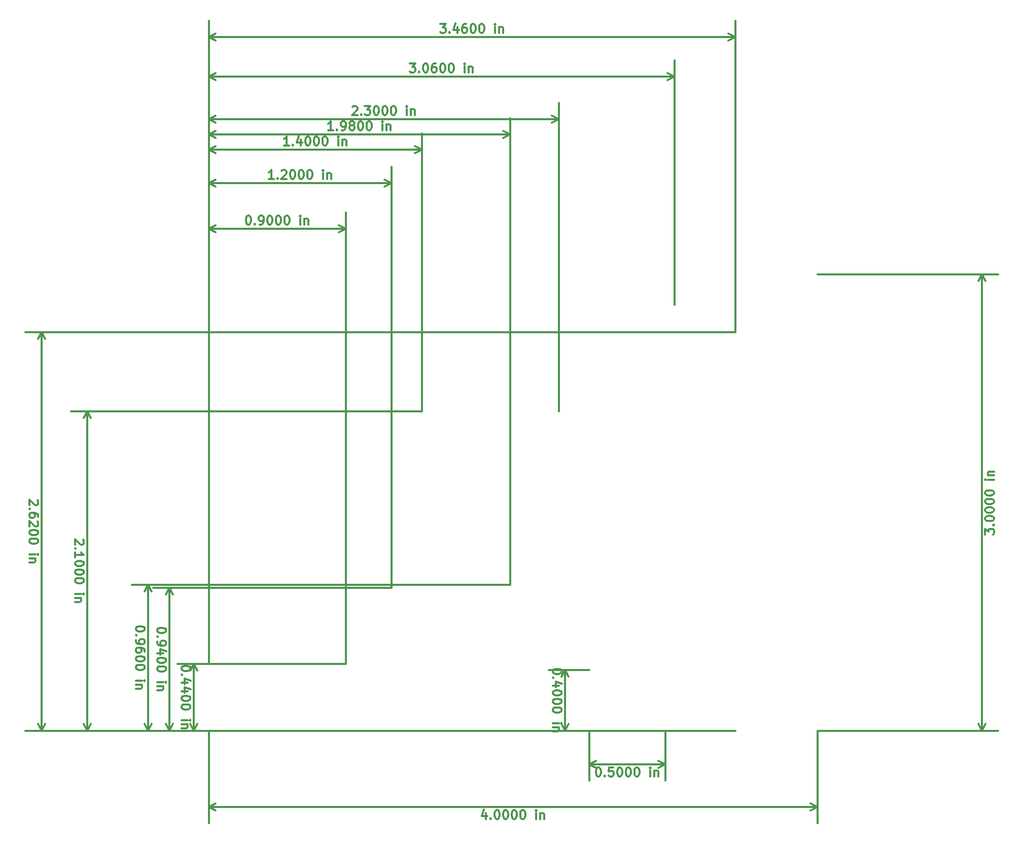
<source format=gbr>
G04 #@! TF.FileFunction,Other,ECO1*
%FSLAX46Y46*%
G04 Gerber Fmt 4.6, Leading zero omitted, Abs format (unit mm)*
G04 Created by KiCad (PCBNEW 4.0.5) date Sunday, March 26, 2017 'PMt' 05:08:58 PM*
%MOMM*%
%LPD*%
G01*
G04 APERTURE LIST*
%ADD10C,0.100000*%
%ADD11C,0.300000*%
G04 APERTURE END LIST*
D10*
D11*
X124947430Y-152587144D02*
X124947430Y-152730001D01*
X124876001Y-152872858D01*
X124804572Y-152944287D01*
X124661715Y-153015716D01*
X124376001Y-153087144D01*
X124018858Y-153087144D01*
X123733144Y-153015716D01*
X123590287Y-152944287D01*
X123518858Y-152872858D01*
X123447430Y-152730001D01*
X123447430Y-152587144D01*
X123518858Y-152444287D01*
X123590287Y-152372858D01*
X123733144Y-152301430D01*
X124018858Y-152230001D01*
X124376001Y-152230001D01*
X124661715Y-152301430D01*
X124804572Y-152372858D01*
X124876001Y-152444287D01*
X124947430Y-152587144D01*
X123590287Y-153730001D02*
X123518858Y-153801429D01*
X123447430Y-153730001D01*
X123518858Y-153658572D01*
X123590287Y-153730001D01*
X123447430Y-153730001D01*
X124447430Y-155087144D02*
X123447430Y-155087144D01*
X125018858Y-154730001D02*
X123947430Y-154372858D01*
X123947430Y-155301430D01*
X124947430Y-156158572D02*
X124947430Y-156301429D01*
X124876001Y-156444286D01*
X124804572Y-156515715D01*
X124661715Y-156587144D01*
X124376001Y-156658572D01*
X124018858Y-156658572D01*
X123733144Y-156587144D01*
X123590287Y-156515715D01*
X123518858Y-156444286D01*
X123447430Y-156301429D01*
X123447430Y-156158572D01*
X123518858Y-156015715D01*
X123590287Y-155944286D01*
X123733144Y-155872858D01*
X124018858Y-155801429D01*
X124376001Y-155801429D01*
X124661715Y-155872858D01*
X124804572Y-155944286D01*
X124876001Y-156015715D01*
X124947430Y-156158572D01*
X124947430Y-157587143D02*
X124947430Y-157730000D01*
X124876001Y-157872857D01*
X124804572Y-157944286D01*
X124661715Y-158015715D01*
X124376001Y-158087143D01*
X124018858Y-158087143D01*
X123733144Y-158015715D01*
X123590287Y-157944286D01*
X123518858Y-157872857D01*
X123447430Y-157730000D01*
X123447430Y-157587143D01*
X123518858Y-157444286D01*
X123590287Y-157372857D01*
X123733144Y-157301429D01*
X124018858Y-157230000D01*
X124376001Y-157230000D01*
X124661715Y-157301429D01*
X124804572Y-157372857D01*
X124876001Y-157444286D01*
X124947430Y-157587143D01*
X124947430Y-159015714D02*
X124947430Y-159158571D01*
X124876001Y-159301428D01*
X124804572Y-159372857D01*
X124661715Y-159444286D01*
X124376001Y-159515714D01*
X124018858Y-159515714D01*
X123733144Y-159444286D01*
X123590287Y-159372857D01*
X123518858Y-159301428D01*
X123447430Y-159158571D01*
X123447430Y-159015714D01*
X123518858Y-158872857D01*
X123590287Y-158801428D01*
X123733144Y-158730000D01*
X124018858Y-158658571D01*
X124376001Y-158658571D01*
X124661715Y-158730000D01*
X124804572Y-158801428D01*
X124876001Y-158872857D01*
X124947430Y-159015714D01*
X123447430Y-161301428D02*
X124447430Y-161301428D01*
X124947430Y-161301428D02*
X124876001Y-161229999D01*
X124804572Y-161301428D01*
X124876001Y-161372856D01*
X124947430Y-161301428D01*
X124804572Y-161301428D01*
X124447430Y-162015714D02*
X123447430Y-162015714D01*
X124304572Y-162015714D02*
X124376001Y-162087142D01*
X124447430Y-162230000D01*
X124447430Y-162444285D01*
X124376001Y-162587142D01*
X124233144Y-162658571D01*
X123447430Y-162658571D01*
X125476001Y-152400000D02*
X125476001Y-162560000D01*
X129540000Y-152400000D02*
X122776001Y-152400000D01*
X129540000Y-162560000D02*
X122776001Y-162560000D01*
X125476001Y-162560000D02*
X124889580Y-161433496D01*
X125476001Y-162560000D02*
X126062422Y-161433496D01*
X125476001Y-152400000D02*
X124889580Y-153526504D01*
X125476001Y-152400000D02*
X126062422Y-153526504D01*
X130997144Y-168676571D02*
X131140001Y-168676571D01*
X131282858Y-168748000D01*
X131354287Y-168819429D01*
X131425716Y-168962286D01*
X131497144Y-169248000D01*
X131497144Y-169605143D01*
X131425716Y-169890857D01*
X131354287Y-170033714D01*
X131282858Y-170105143D01*
X131140001Y-170176571D01*
X130997144Y-170176571D01*
X130854287Y-170105143D01*
X130782858Y-170033714D01*
X130711430Y-169890857D01*
X130640001Y-169605143D01*
X130640001Y-169248000D01*
X130711430Y-168962286D01*
X130782858Y-168819429D01*
X130854287Y-168748000D01*
X130997144Y-168676571D01*
X132140001Y-170033714D02*
X132211429Y-170105143D01*
X132140001Y-170176571D01*
X132068572Y-170105143D01*
X132140001Y-170033714D01*
X132140001Y-170176571D01*
X133568573Y-168676571D02*
X132854287Y-168676571D01*
X132782858Y-169390857D01*
X132854287Y-169319429D01*
X132997144Y-169248000D01*
X133354287Y-169248000D01*
X133497144Y-169319429D01*
X133568573Y-169390857D01*
X133640001Y-169533714D01*
X133640001Y-169890857D01*
X133568573Y-170033714D01*
X133497144Y-170105143D01*
X133354287Y-170176571D01*
X132997144Y-170176571D01*
X132854287Y-170105143D01*
X132782858Y-170033714D01*
X134568572Y-168676571D02*
X134711429Y-168676571D01*
X134854286Y-168748000D01*
X134925715Y-168819429D01*
X134997144Y-168962286D01*
X135068572Y-169248000D01*
X135068572Y-169605143D01*
X134997144Y-169890857D01*
X134925715Y-170033714D01*
X134854286Y-170105143D01*
X134711429Y-170176571D01*
X134568572Y-170176571D01*
X134425715Y-170105143D01*
X134354286Y-170033714D01*
X134282858Y-169890857D01*
X134211429Y-169605143D01*
X134211429Y-169248000D01*
X134282858Y-168962286D01*
X134354286Y-168819429D01*
X134425715Y-168748000D01*
X134568572Y-168676571D01*
X135997143Y-168676571D02*
X136140000Y-168676571D01*
X136282857Y-168748000D01*
X136354286Y-168819429D01*
X136425715Y-168962286D01*
X136497143Y-169248000D01*
X136497143Y-169605143D01*
X136425715Y-169890857D01*
X136354286Y-170033714D01*
X136282857Y-170105143D01*
X136140000Y-170176571D01*
X135997143Y-170176571D01*
X135854286Y-170105143D01*
X135782857Y-170033714D01*
X135711429Y-169890857D01*
X135640000Y-169605143D01*
X135640000Y-169248000D01*
X135711429Y-168962286D01*
X135782857Y-168819429D01*
X135854286Y-168748000D01*
X135997143Y-168676571D01*
X137425714Y-168676571D02*
X137568571Y-168676571D01*
X137711428Y-168748000D01*
X137782857Y-168819429D01*
X137854286Y-168962286D01*
X137925714Y-169248000D01*
X137925714Y-169605143D01*
X137854286Y-169890857D01*
X137782857Y-170033714D01*
X137711428Y-170105143D01*
X137568571Y-170176571D01*
X137425714Y-170176571D01*
X137282857Y-170105143D01*
X137211428Y-170033714D01*
X137140000Y-169890857D01*
X137068571Y-169605143D01*
X137068571Y-169248000D01*
X137140000Y-168962286D01*
X137211428Y-168819429D01*
X137282857Y-168748000D01*
X137425714Y-168676571D01*
X139711428Y-170176571D02*
X139711428Y-169176571D01*
X139711428Y-168676571D02*
X139639999Y-168748000D01*
X139711428Y-168819429D01*
X139782856Y-168748000D01*
X139711428Y-168676571D01*
X139711428Y-168819429D01*
X140425714Y-169176571D02*
X140425714Y-170176571D01*
X140425714Y-169319429D02*
X140497142Y-169248000D01*
X140640000Y-169176571D01*
X140854285Y-169176571D01*
X140997142Y-169248000D01*
X141068571Y-169390857D01*
X141068571Y-170176571D01*
X129540000Y-168148000D02*
X142240000Y-168148000D01*
X129540000Y-162560000D02*
X129540000Y-170848000D01*
X142240000Y-162560000D02*
X142240000Y-170848000D01*
X142240000Y-168148000D02*
X141113496Y-168734421D01*
X142240000Y-168148000D02*
X141113496Y-167561579D01*
X129540000Y-168148000D02*
X130666504Y-168734421D01*
X129540000Y-168148000D02*
X130666504Y-167561579D01*
X37428571Y-124036001D02*
X37500000Y-124107430D01*
X37571429Y-124250287D01*
X37571429Y-124607430D01*
X37500000Y-124750287D01*
X37428571Y-124821716D01*
X37285714Y-124893144D01*
X37142857Y-124893144D01*
X36928571Y-124821716D01*
X36071429Y-123964573D01*
X36071429Y-124893144D01*
X36214286Y-125536001D02*
X36142857Y-125607429D01*
X36071429Y-125536001D01*
X36142857Y-125464572D01*
X36214286Y-125536001D01*
X36071429Y-125536001D01*
X37571429Y-126893144D02*
X37571429Y-126607430D01*
X37500000Y-126464573D01*
X37428571Y-126393144D01*
X37214286Y-126250287D01*
X36928571Y-126178858D01*
X36357143Y-126178858D01*
X36214286Y-126250287D01*
X36142857Y-126321715D01*
X36071429Y-126464573D01*
X36071429Y-126750287D01*
X36142857Y-126893144D01*
X36214286Y-126964573D01*
X36357143Y-127036001D01*
X36714286Y-127036001D01*
X36857143Y-126964573D01*
X36928571Y-126893144D01*
X37000000Y-126750287D01*
X37000000Y-126464573D01*
X36928571Y-126321715D01*
X36857143Y-126250287D01*
X36714286Y-126178858D01*
X37428571Y-127607429D02*
X37500000Y-127678858D01*
X37571429Y-127821715D01*
X37571429Y-128178858D01*
X37500000Y-128321715D01*
X37428571Y-128393144D01*
X37285714Y-128464572D01*
X37142857Y-128464572D01*
X36928571Y-128393144D01*
X36071429Y-127536001D01*
X36071429Y-128464572D01*
X37571429Y-129393143D02*
X37571429Y-129536000D01*
X37500000Y-129678857D01*
X37428571Y-129750286D01*
X37285714Y-129821715D01*
X37000000Y-129893143D01*
X36642857Y-129893143D01*
X36357143Y-129821715D01*
X36214286Y-129750286D01*
X36142857Y-129678857D01*
X36071429Y-129536000D01*
X36071429Y-129393143D01*
X36142857Y-129250286D01*
X36214286Y-129178857D01*
X36357143Y-129107429D01*
X36642857Y-129036000D01*
X37000000Y-129036000D01*
X37285714Y-129107429D01*
X37428571Y-129178857D01*
X37500000Y-129250286D01*
X37571429Y-129393143D01*
X37571429Y-130821714D02*
X37571429Y-130964571D01*
X37500000Y-131107428D01*
X37428571Y-131178857D01*
X37285714Y-131250286D01*
X37000000Y-131321714D01*
X36642857Y-131321714D01*
X36357143Y-131250286D01*
X36214286Y-131178857D01*
X36142857Y-131107428D01*
X36071429Y-130964571D01*
X36071429Y-130821714D01*
X36142857Y-130678857D01*
X36214286Y-130607428D01*
X36357143Y-130536000D01*
X36642857Y-130464571D01*
X37000000Y-130464571D01*
X37285714Y-130536000D01*
X37428571Y-130607428D01*
X37500000Y-130678857D01*
X37571429Y-130821714D01*
X36071429Y-133107428D02*
X37071429Y-133107428D01*
X37571429Y-133107428D02*
X37500000Y-133035999D01*
X37428571Y-133107428D01*
X37500000Y-133178856D01*
X37571429Y-133107428D01*
X37428571Y-133107428D01*
X37071429Y-133821714D02*
X36071429Y-133821714D01*
X36928571Y-133821714D02*
X37000000Y-133893142D01*
X37071429Y-134036000D01*
X37071429Y-134250285D01*
X37000000Y-134393142D01*
X36857143Y-134464571D01*
X36071429Y-134464571D01*
X38100000Y-96012000D02*
X38100000Y-162560000D01*
X153924000Y-96012000D02*
X35400000Y-96012000D01*
X153924000Y-162560000D02*
X35400000Y-162560000D01*
X38100000Y-162560000D02*
X37513579Y-161433496D01*
X38100000Y-162560000D02*
X38686421Y-161433496D01*
X38100000Y-96012000D02*
X37513579Y-97138504D01*
X38100000Y-96012000D02*
X38686421Y-97138504D01*
X195600571Y-129781427D02*
X195600571Y-128852856D01*
X196172000Y-129352856D01*
X196172000Y-129138570D01*
X196243429Y-128995713D01*
X196314857Y-128924284D01*
X196457714Y-128852856D01*
X196814857Y-128852856D01*
X196957714Y-128924284D01*
X197029143Y-128995713D01*
X197100571Y-129138570D01*
X197100571Y-129567142D01*
X197029143Y-129709999D01*
X196957714Y-129781427D01*
X196957714Y-128209999D02*
X197029143Y-128138571D01*
X197100571Y-128209999D01*
X197029143Y-128281428D01*
X196957714Y-128209999D01*
X197100571Y-128209999D01*
X195600571Y-127209999D02*
X195600571Y-127067142D01*
X195672000Y-126924285D01*
X195743429Y-126852856D01*
X195886286Y-126781427D01*
X196172000Y-126709999D01*
X196529143Y-126709999D01*
X196814857Y-126781427D01*
X196957714Y-126852856D01*
X197029143Y-126924285D01*
X197100571Y-127067142D01*
X197100571Y-127209999D01*
X197029143Y-127352856D01*
X196957714Y-127424285D01*
X196814857Y-127495713D01*
X196529143Y-127567142D01*
X196172000Y-127567142D01*
X195886286Y-127495713D01*
X195743429Y-127424285D01*
X195672000Y-127352856D01*
X195600571Y-127209999D01*
X195600571Y-125781428D02*
X195600571Y-125638571D01*
X195672000Y-125495714D01*
X195743429Y-125424285D01*
X195886286Y-125352856D01*
X196172000Y-125281428D01*
X196529143Y-125281428D01*
X196814857Y-125352856D01*
X196957714Y-125424285D01*
X197029143Y-125495714D01*
X197100571Y-125638571D01*
X197100571Y-125781428D01*
X197029143Y-125924285D01*
X196957714Y-125995714D01*
X196814857Y-126067142D01*
X196529143Y-126138571D01*
X196172000Y-126138571D01*
X195886286Y-126067142D01*
X195743429Y-125995714D01*
X195672000Y-125924285D01*
X195600571Y-125781428D01*
X195600571Y-124352857D02*
X195600571Y-124210000D01*
X195672000Y-124067143D01*
X195743429Y-123995714D01*
X195886286Y-123924285D01*
X196172000Y-123852857D01*
X196529143Y-123852857D01*
X196814857Y-123924285D01*
X196957714Y-123995714D01*
X197029143Y-124067143D01*
X197100571Y-124210000D01*
X197100571Y-124352857D01*
X197029143Y-124495714D01*
X196957714Y-124567143D01*
X196814857Y-124638571D01*
X196529143Y-124710000D01*
X196172000Y-124710000D01*
X195886286Y-124638571D01*
X195743429Y-124567143D01*
X195672000Y-124495714D01*
X195600571Y-124352857D01*
X195600571Y-122924286D02*
X195600571Y-122781429D01*
X195672000Y-122638572D01*
X195743429Y-122567143D01*
X195886286Y-122495714D01*
X196172000Y-122424286D01*
X196529143Y-122424286D01*
X196814857Y-122495714D01*
X196957714Y-122567143D01*
X197029143Y-122638572D01*
X197100571Y-122781429D01*
X197100571Y-122924286D01*
X197029143Y-123067143D01*
X196957714Y-123138572D01*
X196814857Y-123210000D01*
X196529143Y-123281429D01*
X196172000Y-123281429D01*
X195886286Y-123210000D01*
X195743429Y-123138572D01*
X195672000Y-123067143D01*
X195600571Y-122924286D01*
X197100571Y-120638572D02*
X196100571Y-120638572D01*
X195600571Y-120638572D02*
X195672000Y-120710001D01*
X195743429Y-120638572D01*
X195672000Y-120567144D01*
X195600571Y-120638572D01*
X195743429Y-120638572D01*
X196100571Y-119924286D02*
X197100571Y-119924286D01*
X196243429Y-119924286D02*
X196172000Y-119852858D01*
X196100571Y-119710000D01*
X196100571Y-119495715D01*
X196172000Y-119352858D01*
X196314857Y-119281429D01*
X197100571Y-119281429D01*
X195072000Y-162560000D02*
X195072000Y-86360000D01*
X167640000Y-162560000D02*
X197772000Y-162560000D01*
X167640000Y-86360000D02*
X197772000Y-86360000D01*
X195072000Y-86360000D02*
X195658421Y-87486504D01*
X195072000Y-86360000D02*
X194485579Y-87486504D01*
X195072000Y-162560000D02*
X195658421Y-161433496D01*
X195072000Y-162560000D02*
X194485579Y-161433496D01*
X45048571Y-130640001D02*
X45120000Y-130711430D01*
X45191429Y-130854287D01*
X45191429Y-131211430D01*
X45120000Y-131354287D01*
X45048571Y-131425716D01*
X44905714Y-131497144D01*
X44762857Y-131497144D01*
X44548571Y-131425716D01*
X43691429Y-130568573D01*
X43691429Y-131497144D01*
X43834286Y-132140001D02*
X43762857Y-132211429D01*
X43691429Y-132140001D01*
X43762857Y-132068572D01*
X43834286Y-132140001D01*
X43691429Y-132140001D01*
X43691429Y-133640001D02*
X43691429Y-132782858D01*
X43691429Y-133211430D02*
X45191429Y-133211430D01*
X44977143Y-133068573D01*
X44834286Y-132925715D01*
X44762857Y-132782858D01*
X45191429Y-134568572D02*
X45191429Y-134711429D01*
X45120000Y-134854286D01*
X45048571Y-134925715D01*
X44905714Y-134997144D01*
X44620000Y-135068572D01*
X44262857Y-135068572D01*
X43977143Y-134997144D01*
X43834286Y-134925715D01*
X43762857Y-134854286D01*
X43691429Y-134711429D01*
X43691429Y-134568572D01*
X43762857Y-134425715D01*
X43834286Y-134354286D01*
X43977143Y-134282858D01*
X44262857Y-134211429D01*
X44620000Y-134211429D01*
X44905714Y-134282858D01*
X45048571Y-134354286D01*
X45120000Y-134425715D01*
X45191429Y-134568572D01*
X45191429Y-135997143D02*
X45191429Y-136140000D01*
X45120000Y-136282857D01*
X45048571Y-136354286D01*
X44905714Y-136425715D01*
X44620000Y-136497143D01*
X44262857Y-136497143D01*
X43977143Y-136425715D01*
X43834286Y-136354286D01*
X43762857Y-136282857D01*
X43691429Y-136140000D01*
X43691429Y-135997143D01*
X43762857Y-135854286D01*
X43834286Y-135782857D01*
X43977143Y-135711429D01*
X44262857Y-135640000D01*
X44620000Y-135640000D01*
X44905714Y-135711429D01*
X45048571Y-135782857D01*
X45120000Y-135854286D01*
X45191429Y-135997143D01*
X45191429Y-137425714D02*
X45191429Y-137568571D01*
X45120000Y-137711428D01*
X45048571Y-137782857D01*
X44905714Y-137854286D01*
X44620000Y-137925714D01*
X44262857Y-137925714D01*
X43977143Y-137854286D01*
X43834286Y-137782857D01*
X43762857Y-137711428D01*
X43691429Y-137568571D01*
X43691429Y-137425714D01*
X43762857Y-137282857D01*
X43834286Y-137211428D01*
X43977143Y-137140000D01*
X44262857Y-137068571D01*
X44620000Y-137068571D01*
X44905714Y-137140000D01*
X45048571Y-137211428D01*
X45120000Y-137282857D01*
X45191429Y-137425714D01*
X43691429Y-139711428D02*
X44691429Y-139711428D01*
X45191429Y-139711428D02*
X45120000Y-139639999D01*
X45048571Y-139711428D01*
X45120000Y-139782856D01*
X45191429Y-139711428D01*
X45048571Y-139711428D01*
X44691429Y-140425714D02*
X43691429Y-140425714D01*
X44548571Y-140425714D02*
X44620000Y-140497142D01*
X44691429Y-140640000D01*
X44691429Y-140854285D01*
X44620000Y-140997142D01*
X44477143Y-141068571D01*
X43691429Y-141068571D01*
X45720000Y-109220000D02*
X45720000Y-162560000D01*
X101600000Y-109220000D02*
X43020000Y-109220000D01*
X101600000Y-162560000D02*
X43020000Y-162560000D01*
X45720000Y-162560000D02*
X45133579Y-161433496D01*
X45720000Y-162560000D02*
X46306421Y-161433496D01*
X45720000Y-109220000D02*
X45133579Y-110346504D01*
X45720000Y-109220000D02*
X46306421Y-110346504D01*
X55351429Y-145475144D02*
X55351429Y-145618001D01*
X55280000Y-145760858D01*
X55208571Y-145832287D01*
X55065714Y-145903716D01*
X54780000Y-145975144D01*
X54422857Y-145975144D01*
X54137143Y-145903716D01*
X53994286Y-145832287D01*
X53922857Y-145760858D01*
X53851429Y-145618001D01*
X53851429Y-145475144D01*
X53922857Y-145332287D01*
X53994286Y-145260858D01*
X54137143Y-145189430D01*
X54422857Y-145118001D01*
X54780000Y-145118001D01*
X55065714Y-145189430D01*
X55208571Y-145260858D01*
X55280000Y-145332287D01*
X55351429Y-145475144D01*
X53994286Y-146618001D02*
X53922857Y-146689429D01*
X53851429Y-146618001D01*
X53922857Y-146546572D01*
X53994286Y-146618001D01*
X53851429Y-146618001D01*
X53851429Y-147403715D02*
X53851429Y-147689430D01*
X53922857Y-147832287D01*
X53994286Y-147903715D01*
X54208571Y-148046573D01*
X54494286Y-148118001D01*
X55065714Y-148118001D01*
X55208571Y-148046573D01*
X55280000Y-147975144D01*
X55351429Y-147832287D01*
X55351429Y-147546573D01*
X55280000Y-147403715D01*
X55208571Y-147332287D01*
X55065714Y-147260858D01*
X54708571Y-147260858D01*
X54565714Y-147332287D01*
X54494286Y-147403715D01*
X54422857Y-147546573D01*
X54422857Y-147832287D01*
X54494286Y-147975144D01*
X54565714Y-148046573D01*
X54708571Y-148118001D01*
X55351429Y-149403715D02*
X55351429Y-149118001D01*
X55280000Y-148975144D01*
X55208571Y-148903715D01*
X54994286Y-148760858D01*
X54708571Y-148689429D01*
X54137143Y-148689429D01*
X53994286Y-148760858D01*
X53922857Y-148832286D01*
X53851429Y-148975144D01*
X53851429Y-149260858D01*
X53922857Y-149403715D01*
X53994286Y-149475144D01*
X54137143Y-149546572D01*
X54494286Y-149546572D01*
X54637143Y-149475144D01*
X54708571Y-149403715D01*
X54780000Y-149260858D01*
X54780000Y-148975144D01*
X54708571Y-148832286D01*
X54637143Y-148760858D01*
X54494286Y-148689429D01*
X55351429Y-150475143D02*
X55351429Y-150618000D01*
X55280000Y-150760857D01*
X55208571Y-150832286D01*
X55065714Y-150903715D01*
X54780000Y-150975143D01*
X54422857Y-150975143D01*
X54137143Y-150903715D01*
X53994286Y-150832286D01*
X53922857Y-150760857D01*
X53851429Y-150618000D01*
X53851429Y-150475143D01*
X53922857Y-150332286D01*
X53994286Y-150260857D01*
X54137143Y-150189429D01*
X54422857Y-150118000D01*
X54780000Y-150118000D01*
X55065714Y-150189429D01*
X55208571Y-150260857D01*
X55280000Y-150332286D01*
X55351429Y-150475143D01*
X55351429Y-151903714D02*
X55351429Y-152046571D01*
X55280000Y-152189428D01*
X55208571Y-152260857D01*
X55065714Y-152332286D01*
X54780000Y-152403714D01*
X54422857Y-152403714D01*
X54137143Y-152332286D01*
X53994286Y-152260857D01*
X53922857Y-152189428D01*
X53851429Y-152046571D01*
X53851429Y-151903714D01*
X53922857Y-151760857D01*
X53994286Y-151689428D01*
X54137143Y-151618000D01*
X54422857Y-151546571D01*
X54780000Y-151546571D01*
X55065714Y-151618000D01*
X55208571Y-151689428D01*
X55280000Y-151760857D01*
X55351429Y-151903714D01*
X53851429Y-154189428D02*
X54851429Y-154189428D01*
X55351429Y-154189428D02*
X55280000Y-154117999D01*
X55208571Y-154189428D01*
X55280000Y-154260856D01*
X55351429Y-154189428D01*
X55208571Y-154189428D01*
X54851429Y-154903714D02*
X53851429Y-154903714D01*
X54708571Y-154903714D02*
X54780000Y-154975142D01*
X54851429Y-155118000D01*
X54851429Y-155332285D01*
X54780000Y-155475142D01*
X54637143Y-155546571D01*
X53851429Y-155546571D01*
X55880000Y-138176000D02*
X55880000Y-162560000D01*
X116332000Y-138176000D02*
X53180000Y-138176000D01*
X116332000Y-162560000D02*
X53180000Y-162560000D01*
X55880000Y-162560000D02*
X55293579Y-161433496D01*
X55880000Y-162560000D02*
X56466421Y-161433496D01*
X55880000Y-138176000D02*
X55293579Y-139302504D01*
X55880000Y-138176000D02*
X56466421Y-139302504D01*
X58907429Y-145729144D02*
X58907429Y-145872001D01*
X58836000Y-146014858D01*
X58764571Y-146086287D01*
X58621714Y-146157716D01*
X58336000Y-146229144D01*
X57978857Y-146229144D01*
X57693143Y-146157716D01*
X57550286Y-146086287D01*
X57478857Y-146014858D01*
X57407429Y-145872001D01*
X57407429Y-145729144D01*
X57478857Y-145586287D01*
X57550286Y-145514858D01*
X57693143Y-145443430D01*
X57978857Y-145372001D01*
X58336000Y-145372001D01*
X58621714Y-145443430D01*
X58764571Y-145514858D01*
X58836000Y-145586287D01*
X58907429Y-145729144D01*
X57550286Y-146872001D02*
X57478857Y-146943429D01*
X57407429Y-146872001D01*
X57478857Y-146800572D01*
X57550286Y-146872001D01*
X57407429Y-146872001D01*
X57407429Y-147657715D02*
X57407429Y-147943430D01*
X57478857Y-148086287D01*
X57550286Y-148157715D01*
X57764571Y-148300573D01*
X58050286Y-148372001D01*
X58621714Y-148372001D01*
X58764571Y-148300573D01*
X58836000Y-148229144D01*
X58907429Y-148086287D01*
X58907429Y-147800573D01*
X58836000Y-147657715D01*
X58764571Y-147586287D01*
X58621714Y-147514858D01*
X58264571Y-147514858D01*
X58121714Y-147586287D01*
X58050286Y-147657715D01*
X57978857Y-147800573D01*
X57978857Y-148086287D01*
X58050286Y-148229144D01*
X58121714Y-148300573D01*
X58264571Y-148372001D01*
X58407429Y-149657715D02*
X57407429Y-149657715D01*
X58978857Y-149300572D02*
X57907429Y-148943429D01*
X57907429Y-149872001D01*
X58907429Y-150729143D02*
X58907429Y-150872000D01*
X58836000Y-151014857D01*
X58764571Y-151086286D01*
X58621714Y-151157715D01*
X58336000Y-151229143D01*
X57978857Y-151229143D01*
X57693143Y-151157715D01*
X57550286Y-151086286D01*
X57478857Y-151014857D01*
X57407429Y-150872000D01*
X57407429Y-150729143D01*
X57478857Y-150586286D01*
X57550286Y-150514857D01*
X57693143Y-150443429D01*
X57978857Y-150372000D01*
X58336000Y-150372000D01*
X58621714Y-150443429D01*
X58764571Y-150514857D01*
X58836000Y-150586286D01*
X58907429Y-150729143D01*
X58907429Y-152157714D02*
X58907429Y-152300571D01*
X58836000Y-152443428D01*
X58764571Y-152514857D01*
X58621714Y-152586286D01*
X58336000Y-152657714D01*
X57978857Y-152657714D01*
X57693143Y-152586286D01*
X57550286Y-152514857D01*
X57478857Y-152443428D01*
X57407429Y-152300571D01*
X57407429Y-152157714D01*
X57478857Y-152014857D01*
X57550286Y-151943428D01*
X57693143Y-151872000D01*
X57978857Y-151800571D01*
X58336000Y-151800571D01*
X58621714Y-151872000D01*
X58764571Y-151943428D01*
X58836000Y-152014857D01*
X58907429Y-152157714D01*
X57407429Y-154443428D02*
X58407429Y-154443428D01*
X58907429Y-154443428D02*
X58836000Y-154371999D01*
X58764571Y-154443428D01*
X58836000Y-154514856D01*
X58907429Y-154443428D01*
X58764571Y-154443428D01*
X58407429Y-155157714D02*
X57407429Y-155157714D01*
X58264571Y-155157714D02*
X58336000Y-155229142D01*
X58407429Y-155372000D01*
X58407429Y-155586285D01*
X58336000Y-155729142D01*
X58193143Y-155800571D01*
X57407429Y-155800571D01*
X59436000Y-138684000D02*
X59436000Y-162560000D01*
X96520000Y-138684000D02*
X56736000Y-138684000D01*
X96520000Y-162560000D02*
X56736000Y-162560000D01*
X59436000Y-162560000D02*
X58849579Y-161433496D01*
X59436000Y-162560000D02*
X60022421Y-161433496D01*
X59436000Y-138684000D02*
X58849579Y-139810504D01*
X59436000Y-138684000D02*
X60022421Y-139810504D01*
X62971429Y-152079144D02*
X62971429Y-152222001D01*
X62900000Y-152364858D01*
X62828571Y-152436287D01*
X62685714Y-152507716D01*
X62400000Y-152579144D01*
X62042857Y-152579144D01*
X61757143Y-152507716D01*
X61614286Y-152436287D01*
X61542857Y-152364858D01*
X61471429Y-152222001D01*
X61471429Y-152079144D01*
X61542857Y-151936287D01*
X61614286Y-151864858D01*
X61757143Y-151793430D01*
X62042857Y-151722001D01*
X62400000Y-151722001D01*
X62685714Y-151793430D01*
X62828571Y-151864858D01*
X62900000Y-151936287D01*
X62971429Y-152079144D01*
X61614286Y-153222001D02*
X61542857Y-153293429D01*
X61471429Y-153222001D01*
X61542857Y-153150572D01*
X61614286Y-153222001D01*
X61471429Y-153222001D01*
X62471429Y-154579144D02*
X61471429Y-154579144D01*
X63042857Y-154222001D02*
X61971429Y-153864858D01*
X61971429Y-154793430D01*
X62471429Y-156007715D02*
X61471429Y-156007715D01*
X63042857Y-155650572D02*
X61971429Y-155293429D01*
X61971429Y-156222001D01*
X62971429Y-157079143D02*
X62971429Y-157222000D01*
X62900000Y-157364857D01*
X62828571Y-157436286D01*
X62685714Y-157507715D01*
X62400000Y-157579143D01*
X62042857Y-157579143D01*
X61757143Y-157507715D01*
X61614286Y-157436286D01*
X61542857Y-157364857D01*
X61471429Y-157222000D01*
X61471429Y-157079143D01*
X61542857Y-156936286D01*
X61614286Y-156864857D01*
X61757143Y-156793429D01*
X62042857Y-156722000D01*
X62400000Y-156722000D01*
X62685714Y-156793429D01*
X62828571Y-156864857D01*
X62900000Y-156936286D01*
X62971429Y-157079143D01*
X62971429Y-158507714D02*
X62971429Y-158650571D01*
X62900000Y-158793428D01*
X62828571Y-158864857D01*
X62685714Y-158936286D01*
X62400000Y-159007714D01*
X62042857Y-159007714D01*
X61757143Y-158936286D01*
X61614286Y-158864857D01*
X61542857Y-158793428D01*
X61471429Y-158650571D01*
X61471429Y-158507714D01*
X61542857Y-158364857D01*
X61614286Y-158293428D01*
X61757143Y-158222000D01*
X62042857Y-158150571D01*
X62400000Y-158150571D01*
X62685714Y-158222000D01*
X62828571Y-158293428D01*
X62900000Y-158364857D01*
X62971429Y-158507714D01*
X61471429Y-160793428D02*
X62471429Y-160793428D01*
X62971429Y-160793428D02*
X62900000Y-160721999D01*
X62828571Y-160793428D01*
X62900000Y-160864856D01*
X62971429Y-160793428D01*
X62828571Y-160793428D01*
X62471429Y-161507714D02*
X61471429Y-161507714D01*
X62328571Y-161507714D02*
X62400000Y-161579142D01*
X62471429Y-161722000D01*
X62471429Y-161936285D01*
X62400000Y-162079142D01*
X62257143Y-162150571D01*
X61471429Y-162150571D01*
X63500000Y-151384000D02*
X63500000Y-162560000D01*
X88900000Y-151384000D02*
X60800000Y-151384000D01*
X88900000Y-162560000D02*
X60800000Y-162560000D01*
X63500000Y-162560000D02*
X62913579Y-161433496D01*
X63500000Y-162560000D02*
X64086421Y-161433496D01*
X63500000Y-151384000D02*
X62913579Y-152510504D01*
X63500000Y-151384000D02*
X64086421Y-152510504D01*
X72577144Y-76568571D02*
X72720001Y-76568571D01*
X72862858Y-76640000D01*
X72934287Y-76711429D01*
X73005716Y-76854286D01*
X73077144Y-77140000D01*
X73077144Y-77497143D01*
X73005716Y-77782857D01*
X72934287Y-77925714D01*
X72862858Y-77997143D01*
X72720001Y-78068571D01*
X72577144Y-78068571D01*
X72434287Y-77997143D01*
X72362858Y-77925714D01*
X72291430Y-77782857D01*
X72220001Y-77497143D01*
X72220001Y-77140000D01*
X72291430Y-76854286D01*
X72362858Y-76711429D01*
X72434287Y-76640000D01*
X72577144Y-76568571D01*
X73720001Y-77925714D02*
X73791429Y-77997143D01*
X73720001Y-78068571D01*
X73648572Y-77997143D01*
X73720001Y-77925714D01*
X73720001Y-78068571D01*
X74505715Y-78068571D02*
X74791430Y-78068571D01*
X74934287Y-77997143D01*
X75005715Y-77925714D01*
X75148573Y-77711429D01*
X75220001Y-77425714D01*
X75220001Y-76854286D01*
X75148573Y-76711429D01*
X75077144Y-76640000D01*
X74934287Y-76568571D01*
X74648573Y-76568571D01*
X74505715Y-76640000D01*
X74434287Y-76711429D01*
X74362858Y-76854286D01*
X74362858Y-77211429D01*
X74434287Y-77354286D01*
X74505715Y-77425714D01*
X74648573Y-77497143D01*
X74934287Y-77497143D01*
X75077144Y-77425714D01*
X75148573Y-77354286D01*
X75220001Y-77211429D01*
X76148572Y-76568571D02*
X76291429Y-76568571D01*
X76434286Y-76640000D01*
X76505715Y-76711429D01*
X76577144Y-76854286D01*
X76648572Y-77140000D01*
X76648572Y-77497143D01*
X76577144Y-77782857D01*
X76505715Y-77925714D01*
X76434286Y-77997143D01*
X76291429Y-78068571D01*
X76148572Y-78068571D01*
X76005715Y-77997143D01*
X75934286Y-77925714D01*
X75862858Y-77782857D01*
X75791429Y-77497143D01*
X75791429Y-77140000D01*
X75862858Y-76854286D01*
X75934286Y-76711429D01*
X76005715Y-76640000D01*
X76148572Y-76568571D01*
X77577143Y-76568571D02*
X77720000Y-76568571D01*
X77862857Y-76640000D01*
X77934286Y-76711429D01*
X78005715Y-76854286D01*
X78077143Y-77140000D01*
X78077143Y-77497143D01*
X78005715Y-77782857D01*
X77934286Y-77925714D01*
X77862857Y-77997143D01*
X77720000Y-78068571D01*
X77577143Y-78068571D01*
X77434286Y-77997143D01*
X77362857Y-77925714D01*
X77291429Y-77782857D01*
X77220000Y-77497143D01*
X77220000Y-77140000D01*
X77291429Y-76854286D01*
X77362857Y-76711429D01*
X77434286Y-76640000D01*
X77577143Y-76568571D01*
X79005714Y-76568571D02*
X79148571Y-76568571D01*
X79291428Y-76640000D01*
X79362857Y-76711429D01*
X79434286Y-76854286D01*
X79505714Y-77140000D01*
X79505714Y-77497143D01*
X79434286Y-77782857D01*
X79362857Y-77925714D01*
X79291428Y-77997143D01*
X79148571Y-78068571D01*
X79005714Y-78068571D01*
X78862857Y-77997143D01*
X78791428Y-77925714D01*
X78720000Y-77782857D01*
X78648571Y-77497143D01*
X78648571Y-77140000D01*
X78720000Y-76854286D01*
X78791428Y-76711429D01*
X78862857Y-76640000D01*
X79005714Y-76568571D01*
X81291428Y-78068571D02*
X81291428Y-77068571D01*
X81291428Y-76568571D02*
X81219999Y-76640000D01*
X81291428Y-76711429D01*
X81362856Y-76640000D01*
X81291428Y-76568571D01*
X81291428Y-76711429D01*
X82005714Y-77068571D02*
X82005714Y-78068571D01*
X82005714Y-77211429D02*
X82077142Y-77140000D01*
X82220000Y-77068571D01*
X82434285Y-77068571D01*
X82577142Y-77140000D01*
X82648571Y-77282857D01*
X82648571Y-78068571D01*
X88900000Y-78740000D02*
X66040000Y-78740000D01*
X88900000Y-151384000D02*
X88900000Y-76040000D01*
X66040000Y-151384000D02*
X66040000Y-76040000D01*
X66040000Y-78740000D02*
X67166504Y-78153579D01*
X66040000Y-78740000D02*
X67166504Y-79326421D01*
X88900000Y-78740000D02*
X87773496Y-78153579D01*
X88900000Y-78740000D02*
X87773496Y-79326421D01*
X86793144Y-62320571D02*
X85936001Y-62320571D01*
X86364573Y-62320571D02*
X86364573Y-60820571D01*
X86221716Y-61034857D01*
X86078858Y-61177714D01*
X85936001Y-61249143D01*
X87436001Y-62177714D02*
X87507429Y-62249143D01*
X87436001Y-62320571D01*
X87364572Y-62249143D01*
X87436001Y-62177714D01*
X87436001Y-62320571D01*
X88221715Y-62320571D02*
X88507430Y-62320571D01*
X88650287Y-62249143D01*
X88721715Y-62177714D01*
X88864573Y-61963429D01*
X88936001Y-61677714D01*
X88936001Y-61106286D01*
X88864573Y-60963429D01*
X88793144Y-60892000D01*
X88650287Y-60820571D01*
X88364573Y-60820571D01*
X88221715Y-60892000D01*
X88150287Y-60963429D01*
X88078858Y-61106286D01*
X88078858Y-61463429D01*
X88150287Y-61606286D01*
X88221715Y-61677714D01*
X88364573Y-61749143D01*
X88650287Y-61749143D01*
X88793144Y-61677714D01*
X88864573Y-61606286D01*
X88936001Y-61463429D01*
X89793144Y-61463429D02*
X89650286Y-61392000D01*
X89578858Y-61320571D01*
X89507429Y-61177714D01*
X89507429Y-61106286D01*
X89578858Y-60963429D01*
X89650286Y-60892000D01*
X89793144Y-60820571D01*
X90078858Y-60820571D01*
X90221715Y-60892000D01*
X90293144Y-60963429D01*
X90364572Y-61106286D01*
X90364572Y-61177714D01*
X90293144Y-61320571D01*
X90221715Y-61392000D01*
X90078858Y-61463429D01*
X89793144Y-61463429D01*
X89650286Y-61534857D01*
X89578858Y-61606286D01*
X89507429Y-61749143D01*
X89507429Y-62034857D01*
X89578858Y-62177714D01*
X89650286Y-62249143D01*
X89793144Y-62320571D01*
X90078858Y-62320571D01*
X90221715Y-62249143D01*
X90293144Y-62177714D01*
X90364572Y-62034857D01*
X90364572Y-61749143D01*
X90293144Y-61606286D01*
X90221715Y-61534857D01*
X90078858Y-61463429D01*
X91293143Y-60820571D02*
X91436000Y-60820571D01*
X91578857Y-60892000D01*
X91650286Y-60963429D01*
X91721715Y-61106286D01*
X91793143Y-61392000D01*
X91793143Y-61749143D01*
X91721715Y-62034857D01*
X91650286Y-62177714D01*
X91578857Y-62249143D01*
X91436000Y-62320571D01*
X91293143Y-62320571D01*
X91150286Y-62249143D01*
X91078857Y-62177714D01*
X91007429Y-62034857D01*
X90936000Y-61749143D01*
X90936000Y-61392000D01*
X91007429Y-61106286D01*
X91078857Y-60963429D01*
X91150286Y-60892000D01*
X91293143Y-60820571D01*
X92721714Y-60820571D02*
X92864571Y-60820571D01*
X93007428Y-60892000D01*
X93078857Y-60963429D01*
X93150286Y-61106286D01*
X93221714Y-61392000D01*
X93221714Y-61749143D01*
X93150286Y-62034857D01*
X93078857Y-62177714D01*
X93007428Y-62249143D01*
X92864571Y-62320571D01*
X92721714Y-62320571D01*
X92578857Y-62249143D01*
X92507428Y-62177714D01*
X92436000Y-62034857D01*
X92364571Y-61749143D01*
X92364571Y-61392000D01*
X92436000Y-61106286D01*
X92507428Y-60963429D01*
X92578857Y-60892000D01*
X92721714Y-60820571D01*
X95007428Y-62320571D02*
X95007428Y-61320571D01*
X95007428Y-60820571D02*
X94935999Y-60892000D01*
X95007428Y-60963429D01*
X95078856Y-60892000D01*
X95007428Y-60820571D01*
X95007428Y-60963429D01*
X95721714Y-61320571D02*
X95721714Y-62320571D01*
X95721714Y-61463429D02*
X95793142Y-61392000D01*
X95936000Y-61320571D01*
X96150285Y-61320571D01*
X96293142Y-61392000D01*
X96364571Y-61534857D01*
X96364571Y-62320571D01*
X116332000Y-62992000D02*
X66040000Y-62992000D01*
X116332000Y-138176000D02*
X116332000Y-60292000D01*
X66040000Y-138176000D02*
X66040000Y-60292000D01*
X66040000Y-62992000D02*
X67166504Y-62405579D01*
X66040000Y-62992000D02*
X67166504Y-63578421D01*
X116332000Y-62992000D02*
X115205496Y-62405579D01*
X116332000Y-62992000D02*
X115205496Y-63578421D01*
X104660573Y-44564571D02*
X105589144Y-44564571D01*
X105089144Y-45136000D01*
X105303430Y-45136000D01*
X105446287Y-45207429D01*
X105517716Y-45278857D01*
X105589144Y-45421714D01*
X105589144Y-45778857D01*
X105517716Y-45921714D01*
X105446287Y-45993143D01*
X105303430Y-46064571D01*
X104874858Y-46064571D01*
X104732001Y-45993143D01*
X104660573Y-45921714D01*
X106232001Y-45921714D02*
X106303429Y-45993143D01*
X106232001Y-46064571D01*
X106160572Y-45993143D01*
X106232001Y-45921714D01*
X106232001Y-46064571D01*
X107589144Y-45064571D02*
X107589144Y-46064571D01*
X107232001Y-44493143D02*
X106874858Y-45564571D01*
X107803430Y-45564571D01*
X109017715Y-44564571D02*
X108732001Y-44564571D01*
X108589144Y-44636000D01*
X108517715Y-44707429D01*
X108374858Y-44921714D01*
X108303429Y-45207429D01*
X108303429Y-45778857D01*
X108374858Y-45921714D01*
X108446286Y-45993143D01*
X108589144Y-46064571D01*
X108874858Y-46064571D01*
X109017715Y-45993143D01*
X109089144Y-45921714D01*
X109160572Y-45778857D01*
X109160572Y-45421714D01*
X109089144Y-45278857D01*
X109017715Y-45207429D01*
X108874858Y-45136000D01*
X108589144Y-45136000D01*
X108446286Y-45207429D01*
X108374858Y-45278857D01*
X108303429Y-45421714D01*
X110089143Y-44564571D02*
X110232000Y-44564571D01*
X110374857Y-44636000D01*
X110446286Y-44707429D01*
X110517715Y-44850286D01*
X110589143Y-45136000D01*
X110589143Y-45493143D01*
X110517715Y-45778857D01*
X110446286Y-45921714D01*
X110374857Y-45993143D01*
X110232000Y-46064571D01*
X110089143Y-46064571D01*
X109946286Y-45993143D01*
X109874857Y-45921714D01*
X109803429Y-45778857D01*
X109732000Y-45493143D01*
X109732000Y-45136000D01*
X109803429Y-44850286D01*
X109874857Y-44707429D01*
X109946286Y-44636000D01*
X110089143Y-44564571D01*
X111517714Y-44564571D02*
X111660571Y-44564571D01*
X111803428Y-44636000D01*
X111874857Y-44707429D01*
X111946286Y-44850286D01*
X112017714Y-45136000D01*
X112017714Y-45493143D01*
X111946286Y-45778857D01*
X111874857Y-45921714D01*
X111803428Y-45993143D01*
X111660571Y-46064571D01*
X111517714Y-46064571D01*
X111374857Y-45993143D01*
X111303428Y-45921714D01*
X111232000Y-45778857D01*
X111160571Y-45493143D01*
X111160571Y-45136000D01*
X111232000Y-44850286D01*
X111303428Y-44707429D01*
X111374857Y-44636000D01*
X111517714Y-44564571D01*
X113803428Y-46064571D02*
X113803428Y-45064571D01*
X113803428Y-44564571D02*
X113731999Y-44636000D01*
X113803428Y-44707429D01*
X113874856Y-44636000D01*
X113803428Y-44564571D01*
X113803428Y-44707429D01*
X114517714Y-45064571D02*
X114517714Y-46064571D01*
X114517714Y-45207429D02*
X114589142Y-45136000D01*
X114732000Y-45064571D01*
X114946285Y-45064571D01*
X115089142Y-45136000D01*
X115160571Y-45278857D01*
X115160571Y-46064571D01*
X153924000Y-46736000D02*
X66040000Y-46736000D01*
X153924000Y-96012000D02*
X153924000Y-44036000D01*
X66040000Y-96012000D02*
X66040000Y-44036000D01*
X66040000Y-46736000D02*
X67166504Y-46149579D01*
X66040000Y-46736000D02*
X67166504Y-47322421D01*
X153924000Y-46736000D02*
X152797496Y-46149579D01*
X153924000Y-46736000D02*
X152797496Y-47322421D01*
X99580573Y-51168571D02*
X100509144Y-51168571D01*
X100009144Y-51740000D01*
X100223430Y-51740000D01*
X100366287Y-51811429D01*
X100437716Y-51882857D01*
X100509144Y-52025714D01*
X100509144Y-52382857D01*
X100437716Y-52525714D01*
X100366287Y-52597143D01*
X100223430Y-52668571D01*
X99794858Y-52668571D01*
X99652001Y-52597143D01*
X99580573Y-52525714D01*
X101152001Y-52525714D02*
X101223429Y-52597143D01*
X101152001Y-52668571D01*
X101080572Y-52597143D01*
X101152001Y-52525714D01*
X101152001Y-52668571D01*
X102152001Y-51168571D02*
X102294858Y-51168571D01*
X102437715Y-51240000D01*
X102509144Y-51311429D01*
X102580573Y-51454286D01*
X102652001Y-51740000D01*
X102652001Y-52097143D01*
X102580573Y-52382857D01*
X102509144Y-52525714D01*
X102437715Y-52597143D01*
X102294858Y-52668571D01*
X102152001Y-52668571D01*
X102009144Y-52597143D01*
X101937715Y-52525714D01*
X101866287Y-52382857D01*
X101794858Y-52097143D01*
X101794858Y-51740000D01*
X101866287Y-51454286D01*
X101937715Y-51311429D01*
X102009144Y-51240000D01*
X102152001Y-51168571D01*
X103937715Y-51168571D02*
X103652001Y-51168571D01*
X103509144Y-51240000D01*
X103437715Y-51311429D01*
X103294858Y-51525714D01*
X103223429Y-51811429D01*
X103223429Y-52382857D01*
X103294858Y-52525714D01*
X103366286Y-52597143D01*
X103509144Y-52668571D01*
X103794858Y-52668571D01*
X103937715Y-52597143D01*
X104009144Y-52525714D01*
X104080572Y-52382857D01*
X104080572Y-52025714D01*
X104009144Y-51882857D01*
X103937715Y-51811429D01*
X103794858Y-51740000D01*
X103509144Y-51740000D01*
X103366286Y-51811429D01*
X103294858Y-51882857D01*
X103223429Y-52025714D01*
X105009143Y-51168571D02*
X105152000Y-51168571D01*
X105294857Y-51240000D01*
X105366286Y-51311429D01*
X105437715Y-51454286D01*
X105509143Y-51740000D01*
X105509143Y-52097143D01*
X105437715Y-52382857D01*
X105366286Y-52525714D01*
X105294857Y-52597143D01*
X105152000Y-52668571D01*
X105009143Y-52668571D01*
X104866286Y-52597143D01*
X104794857Y-52525714D01*
X104723429Y-52382857D01*
X104652000Y-52097143D01*
X104652000Y-51740000D01*
X104723429Y-51454286D01*
X104794857Y-51311429D01*
X104866286Y-51240000D01*
X105009143Y-51168571D01*
X106437714Y-51168571D02*
X106580571Y-51168571D01*
X106723428Y-51240000D01*
X106794857Y-51311429D01*
X106866286Y-51454286D01*
X106937714Y-51740000D01*
X106937714Y-52097143D01*
X106866286Y-52382857D01*
X106794857Y-52525714D01*
X106723428Y-52597143D01*
X106580571Y-52668571D01*
X106437714Y-52668571D01*
X106294857Y-52597143D01*
X106223428Y-52525714D01*
X106152000Y-52382857D01*
X106080571Y-52097143D01*
X106080571Y-51740000D01*
X106152000Y-51454286D01*
X106223428Y-51311429D01*
X106294857Y-51240000D01*
X106437714Y-51168571D01*
X108723428Y-52668571D02*
X108723428Y-51668571D01*
X108723428Y-51168571D02*
X108651999Y-51240000D01*
X108723428Y-51311429D01*
X108794856Y-51240000D01*
X108723428Y-51168571D01*
X108723428Y-51311429D01*
X109437714Y-51668571D02*
X109437714Y-52668571D01*
X109437714Y-51811429D02*
X109509142Y-51740000D01*
X109652000Y-51668571D01*
X109866285Y-51668571D01*
X110009142Y-51740000D01*
X110080571Y-51882857D01*
X110080571Y-52668571D01*
X143764000Y-53340000D02*
X66040000Y-53340000D01*
X143764000Y-91440000D02*
X143764000Y-50640000D01*
X66040000Y-91440000D02*
X66040000Y-50640000D01*
X66040000Y-53340000D02*
X67166504Y-52753579D01*
X66040000Y-53340000D02*
X67166504Y-53926421D01*
X143764000Y-53340000D02*
X142637496Y-52753579D01*
X143764000Y-53340000D02*
X142637496Y-53926421D01*
X90000001Y-58423429D02*
X90071430Y-58352000D01*
X90214287Y-58280571D01*
X90571430Y-58280571D01*
X90714287Y-58352000D01*
X90785716Y-58423429D01*
X90857144Y-58566286D01*
X90857144Y-58709143D01*
X90785716Y-58923429D01*
X89928573Y-59780571D01*
X90857144Y-59780571D01*
X91500001Y-59637714D02*
X91571429Y-59709143D01*
X91500001Y-59780571D01*
X91428572Y-59709143D01*
X91500001Y-59637714D01*
X91500001Y-59780571D01*
X92071430Y-58280571D02*
X93000001Y-58280571D01*
X92500001Y-58852000D01*
X92714287Y-58852000D01*
X92857144Y-58923429D01*
X92928573Y-58994857D01*
X93000001Y-59137714D01*
X93000001Y-59494857D01*
X92928573Y-59637714D01*
X92857144Y-59709143D01*
X92714287Y-59780571D01*
X92285715Y-59780571D01*
X92142858Y-59709143D01*
X92071430Y-59637714D01*
X93928572Y-58280571D02*
X94071429Y-58280571D01*
X94214286Y-58352000D01*
X94285715Y-58423429D01*
X94357144Y-58566286D01*
X94428572Y-58852000D01*
X94428572Y-59209143D01*
X94357144Y-59494857D01*
X94285715Y-59637714D01*
X94214286Y-59709143D01*
X94071429Y-59780571D01*
X93928572Y-59780571D01*
X93785715Y-59709143D01*
X93714286Y-59637714D01*
X93642858Y-59494857D01*
X93571429Y-59209143D01*
X93571429Y-58852000D01*
X93642858Y-58566286D01*
X93714286Y-58423429D01*
X93785715Y-58352000D01*
X93928572Y-58280571D01*
X95357143Y-58280571D02*
X95500000Y-58280571D01*
X95642857Y-58352000D01*
X95714286Y-58423429D01*
X95785715Y-58566286D01*
X95857143Y-58852000D01*
X95857143Y-59209143D01*
X95785715Y-59494857D01*
X95714286Y-59637714D01*
X95642857Y-59709143D01*
X95500000Y-59780571D01*
X95357143Y-59780571D01*
X95214286Y-59709143D01*
X95142857Y-59637714D01*
X95071429Y-59494857D01*
X95000000Y-59209143D01*
X95000000Y-58852000D01*
X95071429Y-58566286D01*
X95142857Y-58423429D01*
X95214286Y-58352000D01*
X95357143Y-58280571D01*
X96785714Y-58280571D02*
X96928571Y-58280571D01*
X97071428Y-58352000D01*
X97142857Y-58423429D01*
X97214286Y-58566286D01*
X97285714Y-58852000D01*
X97285714Y-59209143D01*
X97214286Y-59494857D01*
X97142857Y-59637714D01*
X97071428Y-59709143D01*
X96928571Y-59780571D01*
X96785714Y-59780571D01*
X96642857Y-59709143D01*
X96571428Y-59637714D01*
X96500000Y-59494857D01*
X96428571Y-59209143D01*
X96428571Y-58852000D01*
X96500000Y-58566286D01*
X96571428Y-58423429D01*
X96642857Y-58352000D01*
X96785714Y-58280571D01*
X99071428Y-59780571D02*
X99071428Y-58780571D01*
X99071428Y-58280571D02*
X98999999Y-58352000D01*
X99071428Y-58423429D01*
X99142856Y-58352000D01*
X99071428Y-58280571D01*
X99071428Y-58423429D01*
X99785714Y-58780571D02*
X99785714Y-59780571D01*
X99785714Y-58923429D02*
X99857142Y-58852000D01*
X100000000Y-58780571D01*
X100214285Y-58780571D01*
X100357142Y-58852000D01*
X100428571Y-58994857D01*
X100428571Y-59780571D01*
X124460000Y-60452000D02*
X66040000Y-60452000D01*
X124460000Y-109220000D02*
X124460000Y-57752000D01*
X66040000Y-109220000D02*
X66040000Y-57752000D01*
X66040000Y-60452000D02*
X67166504Y-59865579D01*
X66040000Y-60452000D02*
X67166504Y-61038421D01*
X124460000Y-60452000D02*
X123333496Y-59865579D01*
X124460000Y-60452000D02*
X123333496Y-61038421D01*
X79427144Y-64860571D02*
X78570001Y-64860571D01*
X78998573Y-64860571D02*
X78998573Y-63360571D01*
X78855716Y-63574857D01*
X78712858Y-63717714D01*
X78570001Y-63789143D01*
X80070001Y-64717714D02*
X80141429Y-64789143D01*
X80070001Y-64860571D01*
X79998572Y-64789143D01*
X80070001Y-64717714D01*
X80070001Y-64860571D01*
X81427144Y-63860571D02*
X81427144Y-64860571D01*
X81070001Y-63289143D02*
X80712858Y-64360571D01*
X81641430Y-64360571D01*
X82498572Y-63360571D02*
X82641429Y-63360571D01*
X82784286Y-63432000D01*
X82855715Y-63503429D01*
X82927144Y-63646286D01*
X82998572Y-63932000D01*
X82998572Y-64289143D01*
X82927144Y-64574857D01*
X82855715Y-64717714D01*
X82784286Y-64789143D01*
X82641429Y-64860571D01*
X82498572Y-64860571D01*
X82355715Y-64789143D01*
X82284286Y-64717714D01*
X82212858Y-64574857D01*
X82141429Y-64289143D01*
X82141429Y-63932000D01*
X82212858Y-63646286D01*
X82284286Y-63503429D01*
X82355715Y-63432000D01*
X82498572Y-63360571D01*
X83927143Y-63360571D02*
X84070000Y-63360571D01*
X84212857Y-63432000D01*
X84284286Y-63503429D01*
X84355715Y-63646286D01*
X84427143Y-63932000D01*
X84427143Y-64289143D01*
X84355715Y-64574857D01*
X84284286Y-64717714D01*
X84212857Y-64789143D01*
X84070000Y-64860571D01*
X83927143Y-64860571D01*
X83784286Y-64789143D01*
X83712857Y-64717714D01*
X83641429Y-64574857D01*
X83570000Y-64289143D01*
X83570000Y-63932000D01*
X83641429Y-63646286D01*
X83712857Y-63503429D01*
X83784286Y-63432000D01*
X83927143Y-63360571D01*
X85355714Y-63360571D02*
X85498571Y-63360571D01*
X85641428Y-63432000D01*
X85712857Y-63503429D01*
X85784286Y-63646286D01*
X85855714Y-63932000D01*
X85855714Y-64289143D01*
X85784286Y-64574857D01*
X85712857Y-64717714D01*
X85641428Y-64789143D01*
X85498571Y-64860571D01*
X85355714Y-64860571D01*
X85212857Y-64789143D01*
X85141428Y-64717714D01*
X85070000Y-64574857D01*
X84998571Y-64289143D01*
X84998571Y-63932000D01*
X85070000Y-63646286D01*
X85141428Y-63503429D01*
X85212857Y-63432000D01*
X85355714Y-63360571D01*
X87641428Y-64860571D02*
X87641428Y-63860571D01*
X87641428Y-63360571D02*
X87569999Y-63432000D01*
X87641428Y-63503429D01*
X87712856Y-63432000D01*
X87641428Y-63360571D01*
X87641428Y-63503429D01*
X88355714Y-63860571D02*
X88355714Y-64860571D01*
X88355714Y-64003429D02*
X88427142Y-63932000D01*
X88570000Y-63860571D01*
X88784285Y-63860571D01*
X88927142Y-63932000D01*
X88998571Y-64074857D01*
X88998571Y-64860571D01*
X101600000Y-65532000D02*
X66040000Y-65532000D01*
X101600000Y-109220000D02*
X101600000Y-62832000D01*
X66040000Y-109220000D02*
X66040000Y-62832000D01*
X66040000Y-65532000D02*
X67166504Y-64945579D01*
X66040000Y-65532000D02*
X67166504Y-66118421D01*
X101600000Y-65532000D02*
X100473496Y-64945579D01*
X101600000Y-65532000D02*
X100473496Y-66118421D01*
X76887144Y-70448571D02*
X76030001Y-70448571D01*
X76458573Y-70448571D02*
X76458573Y-68948571D01*
X76315716Y-69162857D01*
X76172858Y-69305714D01*
X76030001Y-69377143D01*
X77530001Y-70305714D02*
X77601429Y-70377143D01*
X77530001Y-70448571D01*
X77458572Y-70377143D01*
X77530001Y-70305714D01*
X77530001Y-70448571D01*
X78172858Y-69091429D02*
X78244287Y-69020000D01*
X78387144Y-68948571D01*
X78744287Y-68948571D01*
X78887144Y-69020000D01*
X78958573Y-69091429D01*
X79030001Y-69234286D01*
X79030001Y-69377143D01*
X78958573Y-69591429D01*
X78101430Y-70448571D01*
X79030001Y-70448571D01*
X79958572Y-68948571D02*
X80101429Y-68948571D01*
X80244286Y-69020000D01*
X80315715Y-69091429D01*
X80387144Y-69234286D01*
X80458572Y-69520000D01*
X80458572Y-69877143D01*
X80387144Y-70162857D01*
X80315715Y-70305714D01*
X80244286Y-70377143D01*
X80101429Y-70448571D01*
X79958572Y-70448571D01*
X79815715Y-70377143D01*
X79744286Y-70305714D01*
X79672858Y-70162857D01*
X79601429Y-69877143D01*
X79601429Y-69520000D01*
X79672858Y-69234286D01*
X79744286Y-69091429D01*
X79815715Y-69020000D01*
X79958572Y-68948571D01*
X81387143Y-68948571D02*
X81530000Y-68948571D01*
X81672857Y-69020000D01*
X81744286Y-69091429D01*
X81815715Y-69234286D01*
X81887143Y-69520000D01*
X81887143Y-69877143D01*
X81815715Y-70162857D01*
X81744286Y-70305714D01*
X81672857Y-70377143D01*
X81530000Y-70448571D01*
X81387143Y-70448571D01*
X81244286Y-70377143D01*
X81172857Y-70305714D01*
X81101429Y-70162857D01*
X81030000Y-69877143D01*
X81030000Y-69520000D01*
X81101429Y-69234286D01*
X81172857Y-69091429D01*
X81244286Y-69020000D01*
X81387143Y-68948571D01*
X82815714Y-68948571D02*
X82958571Y-68948571D01*
X83101428Y-69020000D01*
X83172857Y-69091429D01*
X83244286Y-69234286D01*
X83315714Y-69520000D01*
X83315714Y-69877143D01*
X83244286Y-70162857D01*
X83172857Y-70305714D01*
X83101428Y-70377143D01*
X82958571Y-70448571D01*
X82815714Y-70448571D01*
X82672857Y-70377143D01*
X82601428Y-70305714D01*
X82530000Y-70162857D01*
X82458571Y-69877143D01*
X82458571Y-69520000D01*
X82530000Y-69234286D01*
X82601428Y-69091429D01*
X82672857Y-69020000D01*
X82815714Y-68948571D01*
X85101428Y-70448571D02*
X85101428Y-69448571D01*
X85101428Y-68948571D02*
X85029999Y-69020000D01*
X85101428Y-69091429D01*
X85172856Y-69020000D01*
X85101428Y-68948571D01*
X85101428Y-69091429D01*
X85815714Y-69448571D02*
X85815714Y-70448571D01*
X85815714Y-69591429D02*
X85887142Y-69520000D01*
X86030000Y-69448571D01*
X86244285Y-69448571D01*
X86387142Y-69520000D01*
X86458571Y-69662857D01*
X86458571Y-70448571D01*
X96520000Y-71120000D02*
X66040000Y-71120000D01*
X96520000Y-138684000D02*
X96520000Y-68420000D01*
X66040000Y-138684000D02*
X66040000Y-68420000D01*
X66040000Y-71120000D02*
X67166504Y-70533579D01*
X66040000Y-71120000D02*
X67166504Y-71706421D01*
X96520000Y-71120000D02*
X95393496Y-70533579D01*
X96520000Y-71120000D02*
X95393496Y-71706421D01*
X112304287Y-176288570D02*
X112304287Y-177288570D01*
X111947144Y-175717142D02*
X111590001Y-176788570D01*
X112518573Y-176788570D01*
X113090001Y-177145713D02*
X113161429Y-177217142D01*
X113090001Y-177288570D01*
X113018572Y-177217142D01*
X113090001Y-177145713D01*
X113090001Y-177288570D01*
X114090001Y-175788570D02*
X114232858Y-175788570D01*
X114375715Y-175859999D01*
X114447144Y-175931428D01*
X114518573Y-176074285D01*
X114590001Y-176359999D01*
X114590001Y-176717142D01*
X114518573Y-177002856D01*
X114447144Y-177145713D01*
X114375715Y-177217142D01*
X114232858Y-177288570D01*
X114090001Y-177288570D01*
X113947144Y-177217142D01*
X113875715Y-177145713D01*
X113804287Y-177002856D01*
X113732858Y-176717142D01*
X113732858Y-176359999D01*
X113804287Y-176074285D01*
X113875715Y-175931428D01*
X113947144Y-175859999D01*
X114090001Y-175788570D01*
X115518572Y-175788570D02*
X115661429Y-175788570D01*
X115804286Y-175859999D01*
X115875715Y-175931428D01*
X115947144Y-176074285D01*
X116018572Y-176359999D01*
X116018572Y-176717142D01*
X115947144Y-177002856D01*
X115875715Y-177145713D01*
X115804286Y-177217142D01*
X115661429Y-177288570D01*
X115518572Y-177288570D01*
X115375715Y-177217142D01*
X115304286Y-177145713D01*
X115232858Y-177002856D01*
X115161429Y-176717142D01*
X115161429Y-176359999D01*
X115232858Y-176074285D01*
X115304286Y-175931428D01*
X115375715Y-175859999D01*
X115518572Y-175788570D01*
X116947143Y-175788570D02*
X117090000Y-175788570D01*
X117232857Y-175859999D01*
X117304286Y-175931428D01*
X117375715Y-176074285D01*
X117447143Y-176359999D01*
X117447143Y-176717142D01*
X117375715Y-177002856D01*
X117304286Y-177145713D01*
X117232857Y-177217142D01*
X117090000Y-177288570D01*
X116947143Y-177288570D01*
X116804286Y-177217142D01*
X116732857Y-177145713D01*
X116661429Y-177002856D01*
X116590000Y-176717142D01*
X116590000Y-176359999D01*
X116661429Y-176074285D01*
X116732857Y-175931428D01*
X116804286Y-175859999D01*
X116947143Y-175788570D01*
X118375714Y-175788570D02*
X118518571Y-175788570D01*
X118661428Y-175859999D01*
X118732857Y-175931428D01*
X118804286Y-176074285D01*
X118875714Y-176359999D01*
X118875714Y-176717142D01*
X118804286Y-177002856D01*
X118732857Y-177145713D01*
X118661428Y-177217142D01*
X118518571Y-177288570D01*
X118375714Y-177288570D01*
X118232857Y-177217142D01*
X118161428Y-177145713D01*
X118090000Y-177002856D01*
X118018571Y-176717142D01*
X118018571Y-176359999D01*
X118090000Y-176074285D01*
X118161428Y-175931428D01*
X118232857Y-175859999D01*
X118375714Y-175788570D01*
X120661428Y-177288570D02*
X120661428Y-176288570D01*
X120661428Y-175788570D02*
X120589999Y-175859999D01*
X120661428Y-175931428D01*
X120732856Y-175859999D01*
X120661428Y-175788570D01*
X120661428Y-175931428D01*
X121375714Y-176288570D02*
X121375714Y-177288570D01*
X121375714Y-176431428D02*
X121447142Y-176359999D01*
X121590000Y-176288570D01*
X121804285Y-176288570D01*
X121947142Y-176359999D01*
X122018571Y-176502856D01*
X122018571Y-177288570D01*
X66040000Y-175259999D02*
X167640000Y-175259999D01*
X66040000Y-162560000D02*
X66040000Y-177959999D01*
X167640000Y-162560000D02*
X167640000Y-177959999D01*
X167640000Y-175259999D02*
X166513496Y-175846420D01*
X167640000Y-175259999D02*
X166513496Y-174673578D01*
X66040000Y-175259999D02*
X67166504Y-175846420D01*
X66040000Y-175259999D02*
X67166504Y-174673578D01*
M02*

</source>
